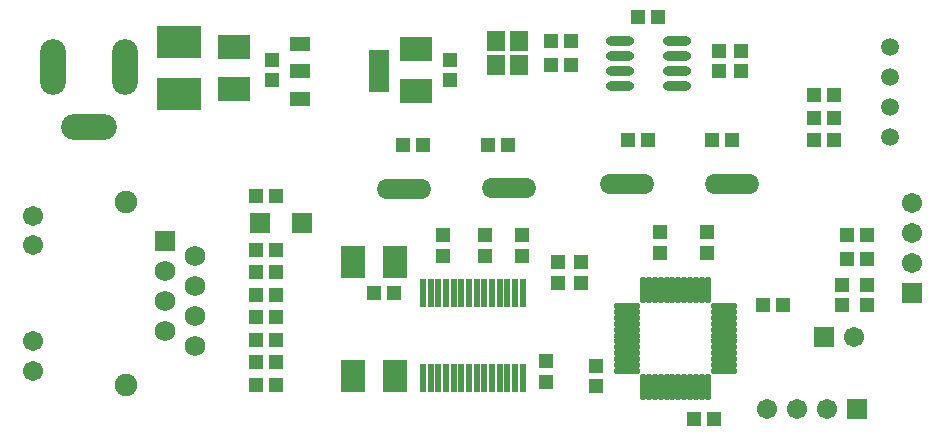
<source format=gts>
%FSLAX25Y25*%
%MOIN*%
G70*
G01*
G75*
G04 Layer_Color=8388736*
%ADD10C,0.02000*%
%ADD11R,0.04331X0.03937*%
%ADD12R,0.05118X0.05906*%
%ADD13R,0.09843X0.07087*%
%ADD14R,0.03937X0.04331*%
%ADD15R,0.07087X0.09843*%
%ADD16R,0.14173X0.09843*%
%ADD17R,0.06000X0.06000*%
%ADD18O,0.08661X0.02362*%
%ADD19R,0.06102X0.13583*%
%ADD20R,0.06102X0.04331*%
%ADD21R,0.06102X0.04331*%
%ADD22O,0.08268X0.01181*%
%ADD23O,0.01181X0.08268*%
%ADD24R,0.01496X0.08661*%
%ADD25O,0.17323X0.05906*%
%ADD26C,0.01500*%
%ADD27C,0.01000*%
%ADD28C,0.00800*%
%ADD29C,0.05000*%
%ADD30C,0.05118*%
%ADD31R,0.05906X0.05906*%
%ADD32C,0.05906*%
%ADD33O,0.17716X0.07874*%
%ADD34O,0.07874X0.17716*%
%ADD35C,0.05906*%
%ADD36C,0.06000*%
%ADD37C,0.06693*%
%ADD38R,0.05906X0.05906*%
%ADD39C,0.05000*%
%ADD40C,0.04000*%
%ADD41C,0.00787*%
%ADD42C,0.00984*%
%ADD43C,0.02362*%
%ADD44C,0.00600*%
%ADD45C,0.01200*%
%ADD46R,0.05131X0.04737*%
%ADD47R,0.05918X0.06706*%
%ADD48R,0.10642X0.07887*%
%ADD49R,0.04737X0.05131*%
%ADD50R,0.07887X0.10642*%
%ADD51R,0.14973X0.10642*%
%ADD52R,0.06800X0.06800*%
%ADD53O,0.09461X0.03162*%
%ADD54R,0.06902X0.14383*%
%ADD55R,0.06902X0.05131*%
%ADD56R,0.06902X0.05131*%
%ADD57O,0.09068X0.01981*%
%ADD58O,0.01981X0.09068*%
%ADD59R,0.02296X0.09461*%
%ADD60O,0.18123X0.06706*%
%ADD61C,0.05918*%
%ADD62R,0.06706X0.06706*%
%ADD63C,0.06706*%
%ADD64O,0.18517X0.08674*%
%ADD65O,0.08674X0.18517*%
%ADD66C,0.06706*%
%ADD67C,0.06800*%
%ADD68C,0.07493*%
%ADD69R,0.06706X0.06706*%
D46*
X418347Y412500D02*
D03*
X411654D02*
D03*
X418347Y420500D02*
D03*
X411654D02*
D03*
X313154Y477000D02*
D03*
X319847D02*
D03*
X313154Y485000D02*
D03*
X319847D02*
D03*
X342154Y493000D02*
D03*
X348847D02*
D03*
X407346Y452000D02*
D03*
X400654D02*
D03*
X254153Y401000D02*
D03*
X260846D02*
D03*
X270346Y450500D02*
D03*
X263653D02*
D03*
X298847D02*
D03*
X292154D02*
D03*
X214653Y415500D02*
D03*
X221346D02*
D03*
X360653Y359000D02*
D03*
X367347D02*
D03*
X390347Y397000D02*
D03*
X383653D02*
D03*
X214653Y378000D02*
D03*
X221346D02*
D03*
X366653Y452000D02*
D03*
X373346D02*
D03*
X338653D02*
D03*
X345346D02*
D03*
X400654Y467000D02*
D03*
X407346D02*
D03*
Y459500D02*
D03*
X400654D02*
D03*
X221346Y408000D02*
D03*
X214653D02*
D03*
Y370500D02*
D03*
X221346D02*
D03*
Y433500D02*
D03*
X214653D02*
D03*
Y400500D02*
D03*
X221346D02*
D03*
Y393000D02*
D03*
X214653D02*
D03*
Y385500D02*
D03*
X221346D02*
D03*
D47*
X302240Y477000D02*
D03*
X294760D02*
D03*
X302240Y485000D02*
D03*
X294760D02*
D03*
D48*
X207500Y483000D02*
D03*
Y469000D02*
D03*
X268000Y482500D02*
D03*
Y468500D02*
D03*
D49*
X220000Y478847D02*
D03*
Y472154D02*
D03*
X279500Y478847D02*
D03*
Y472154D02*
D03*
X277000Y420346D02*
D03*
Y413654D02*
D03*
X291000Y420346D02*
D03*
Y413654D02*
D03*
X303500Y420346D02*
D03*
Y413654D02*
D03*
X365000Y421347D02*
D03*
Y414653D02*
D03*
X323000Y411346D02*
D03*
Y404654D02*
D03*
X349500Y421347D02*
D03*
Y414653D02*
D03*
X328000Y376847D02*
D03*
Y370153D02*
D03*
X369000Y481847D02*
D03*
Y475153D02*
D03*
X376500D02*
D03*
Y481847D02*
D03*
X315500Y411346D02*
D03*
Y404654D02*
D03*
X311500Y378346D02*
D03*
Y371654D02*
D03*
X410000Y397153D02*
D03*
Y403847D02*
D03*
X418500D02*
D03*
Y397153D02*
D03*
D50*
X247000Y411500D02*
D03*
X261000D02*
D03*
X247000Y373500D02*
D03*
X261000D02*
D03*
D51*
X189000Y467339D02*
D03*
Y484661D02*
D03*
D52*
X230000Y424500D02*
D03*
X216000D02*
D03*
X184500Y418520D02*
D03*
D53*
X354949Y470000D02*
D03*
Y475000D02*
D03*
Y480000D02*
D03*
Y485000D02*
D03*
X336051Y470000D02*
D03*
Y475000D02*
D03*
Y480000D02*
D03*
Y485000D02*
D03*
D54*
X255787Y475000D02*
D03*
D55*
X229213Y465945D02*
D03*
Y475000D02*
D03*
D56*
Y484055D02*
D03*
D57*
X370642Y396827D02*
D03*
Y394858D02*
D03*
Y392890D02*
D03*
Y390921D02*
D03*
Y388953D02*
D03*
Y386984D02*
D03*
Y385016D02*
D03*
Y383047D02*
D03*
Y381079D02*
D03*
Y379110D02*
D03*
Y377142D02*
D03*
Y375173D02*
D03*
X338358D02*
D03*
Y377142D02*
D03*
Y379110D02*
D03*
Y381079D02*
D03*
Y383047D02*
D03*
Y385016D02*
D03*
Y386984D02*
D03*
Y388953D02*
D03*
Y390921D02*
D03*
Y392890D02*
D03*
Y394858D02*
D03*
Y396827D02*
D03*
D58*
X365327Y369858D02*
D03*
X363358D02*
D03*
X361390D02*
D03*
X359421D02*
D03*
X357453D02*
D03*
X355484D02*
D03*
X353516D02*
D03*
X351547D02*
D03*
X349579D02*
D03*
X347610D02*
D03*
X345642D02*
D03*
X343673D02*
D03*
Y402142D02*
D03*
X345642D02*
D03*
X347610D02*
D03*
X349579D02*
D03*
X351547D02*
D03*
X353516D02*
D03*
X355484D02*
D03*
X357453D02*
D03*
X359421D02*
D03*
X361390D02*
D03*
X363358D02*
D03*
X365327D02*
D03*
D59*
X303634Y401173D02*
D03*
X301075D02*
D03*
X298516D02*
D03*
X295957D02*
D03*
X293398D02*
D03*
X290839D02*
D03*
X288280D02*
D03*
X285720D02*
D03*
X283161D02*
D03*
X280602D02*
D03*
X278043D02*
D03*
X275484D02*
D03*
X272925D02*
D03*
X270366D02*
D03*
X303634Y372827D02*
D03*
X301075D02*
D03*
X298516D02*
D03*
X295957D02*
D03*
X293398D02*
D03*
X290839D02*
D03*
X288280D02*
D03*
X285720D02*
D03*
X283161D02*
D03*
X280602D02*
D03*
X278043D02*
D03*
X275484D02*
D03*
X272925D02*
D03*
X270366D02*
D03*
D60*
X299020Y436017D02*
D03*
X263980Y435983D02*
D03*
X373520Y437517D02*
D03*
X338480Y437483D02*
D03*
D61*
X426000Y453000D02*
D03*
Y463000D02*
D03*
Y473000D02*
D03*
Y483000D02*
D03*
D62*
X415000Y362500D02*
D03*
X404000Y386500D02*
D03*
D63*
X405000Y362500D02*
D03*
X395000D02*
D03*
X385000D02*
D03*
X140209Y375016D02*
D03*
Y426984D02*
D03*
X414000Y386500D02*
D03*
X433500Y431000D02*
D03*
Y421000D02*
D03*
Y411000D02*
D03*
D64*
X159000Y456500D02*
D03*
D65*
X147000Y476500D02*
D03*
X171000D02*
D03*
D66*
X140209Y417000D02*
D03*
Y385000D02*
D03*
D67*
X184500Y388520D02*
D03*
X194500Y393520D02*
D03*
X184500Y408520D02*
D03*
X194500Y413520D02*
D03*
Y403520D02*
D03*
X184500Y398520D02*
D03*
X194500Y383520D02*
D03*
D68*
X171500Y431512D02*
D03*
Y370488D02*
D03*
D69*
X433500Y401000D02*
D03*
M02*

</source>
